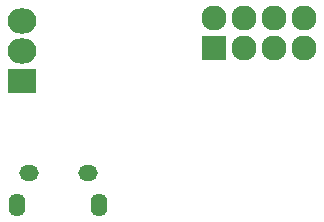
<source format=gbs>
G04 #@! TF.FileFunction,Soldermask,Bot*
%FSLAX46Y46*%
G04 Gerber Fmt 4.6, Leading zero omitted, Abs format (unit mm)*
G04 Created by KiCad (PCBNEW (2015-10-27 BZR 1, Git 48df08c)-product) date Thu 14 Jan 2016 01:38:52 AM PST*
%MOMM*%
G01*
G04 APERTURE LIST*
%ADD10C,0.100000*%
%ADD11R,2.127200X2.127200*%
%ADD12O,2.127200X2.127200*%
%ADD13O,1.650000X1.350000*%
%ADD14O,1.400000X1.950000*%
%ADD15R,2.432000X2.127200*%
%ADD16O,2.432000X2.127200*%
G04 APERTURE END LIST*
D10*
D11*
X140970000Y-90932000D03*
D12*
X140970000Y-88392000D03*
X143510000Y-90932000D03*
X143510000Y-88392000D03*
X146050000Y-90932000D03*
X146050000Y-88392000D03*
X148590000Y-90932000D03*
X148590000Y-88392000D03*
D13*
X125261100Y-101561460D03*
X130261100Y-101561460D03*
D14*
X124261100Y-104261460D03*
X131261100Y-104261460D03*
D15*
X124714000Y-93726000D03*
D16*
X124714000Y-91186000D03*
X124714000Y-88646000D03*
M02*

</source>
